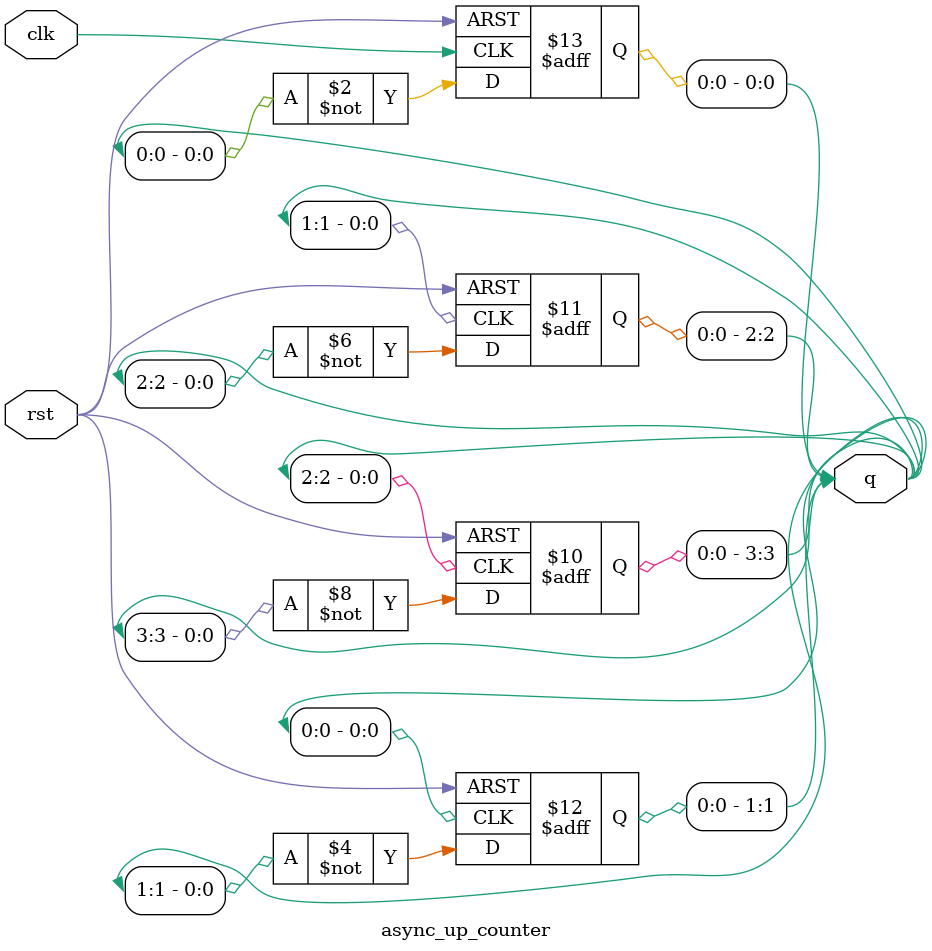
<source format=v>
module async_up_counter (
    input clk,
    input rst,
    output reg [3:0] q
);

    initial q <= 4'b0000;

    always @(posedge clk or posedge rst) begin
        if (rst)
            q[0] <= 1'b0;
        else
            q[0] <= ~q[0];       
    end

    always @(posedge q[0] or posedge rst) begin
        if (rst)
            q[1] <= 1'b0;
        else
            q[1] <= ~q[1];      
    end

    always @(posedge q[1] or posedge rst) begin
        if (rst)
            q[2] <= 1'b0;
        else
            q[2] <= ~q[2];       
    end

    always @(posedge q[2] or posedge rst) begin
        if (rst)
            q[3] <= 1'b0;
        else
            q[3] <= ~q[3];       
    end

endmodule

</source>
